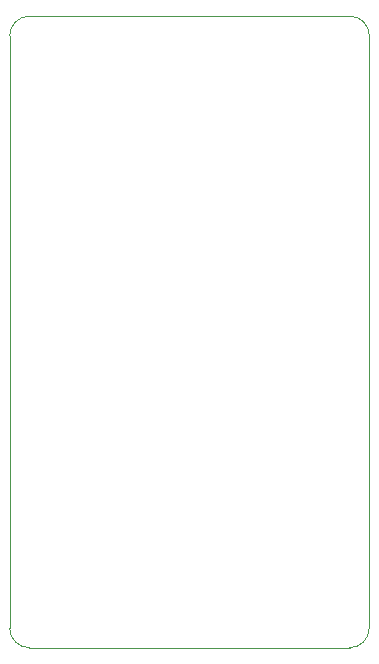
<source format=gbr>
%TF.GenerationSoftware,KiCad,Pcbnew,(6.0.8)*%
%TF.CreationDate,2023-11-13T19:04:35+01:00*%
%TF.ProjectId,BSPD-07,42535044-2d30-4372-9e6b-696361645f70,rev?*%
%TF.SameCoordinates,Original*%
%TF.FileFunction,Profile,NP*%
%FSLAX46Y46*%
G04 Gerber Fmt 4.6, Leading zero omitted, Abs format (unit mm)*
G04 Created by KiCad (PCBNEW (6.0.8)) date 2023-11-13 19:04:35*
%MOMM*%
%LPD*%
G01*
G04 APERTURE LIST*
%TA.AperFunction,Profile*%
%ADD10C,0.100000*%
%TD*%
G04 APERTURE END LIST*
D10*
X151027433Y-82384919D02*
G75*
G03*
X149352000Y-84035900I-33J-1675581D01*
G01*
X179803800Y-84035900D02*
G75*
G03*
X178152800Y-82384900I-1651000J0D01*
G01*
X178152800Y-82384900D02*
X151027433Y-82384900D01*
X178152800Y-135851900D02*
G75*
G03*
X179803800Y-134200900I0J1651000D01*
G01*
X149352022Y-134200900D02*
G75*
G03*
X151027433Y-135851900I1651178J0D01*
G01*
X151027433Y-135851900D02*
X178152800Y-135851900D01*
X149352000Y-84035900D02*
X149352000Y-134200900D01*
X179803800Y-84035900D02*
X179803800Y-134200900D01*
M02*

</source>
